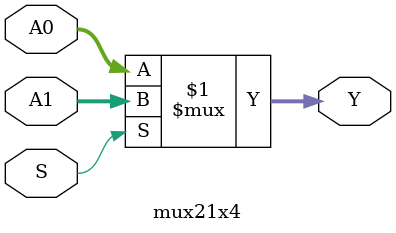
<source format=sv>
`timescale 1ns / 1ps
module csea16 (
    input  logic [15:0] A, B,
    input  logic Cin,
    output logic [15:0] Sum,
    output logic Cout
);

    logic [3:0] Sum0_0, Sum0_1, Sum1_0, Sum1_1, Sum2_0, Sum2_1;
    logic c4, g4, p4;
    logic c8, g8, p8;
    logic c12, g12, p12;
    logic w1, w2, w3;

    // Instantiate 4-bit ripple carry adders
    rca4 rca1 (
        .Sum(Sum[3:0]),
        .Cout(c4),
        .A(A[3:0]),
        .B(B[3:0]),
        .Cin(Cin)
    );

    rca4 rca2 (
        .Sum(Sum0_0),
        .Cout(g4),
        .A(A[7:4]),
        .B(B[7:4]),
        .Cin(1'b0)
    );

    rca4 rca3 (
        .Sum(Sum0_1),
        .Cout(p4),
        .A(A[7:4]),
        .B(B[7:4]),
        .Cin(1'b1)
    );

    rca4 rca4 (
        .Sum(Sum1_0),
        .Cout(g8),
        .A(A[11:8]),
        .B(B[11:8]),
        .Cin(1'b0)
    );

    rca4 rca5 (
        .Sum(Sum1_1),
        .Cout(p8),
        .A(A[11:8]),
        .B(B[11:8]),
        .Cin(1'b1)
    );

    rca4 rca6 (
        .Sum(Sum2_0),
        .Cout(g12),
        .A(A[15:12]),
        .B(B[15:12]),
        .Cin(1'b0)
    );

    rca4 rca7 (
        .Sum(Sum2_1),
        .Cout(p12),
        .A(A[15:12]),
        .B(B[15:12]),
        .Cin(1'b1)
    );

    // Carry Skip Logic
    and a1 (w1, c4, p4);
    or  o1 (c8, w1, g4);
    mux21x4 mux1 (
        .Y(Sum[7:4]),
        .A0(Sum0_0),
        .A1(Sum0_1),
        .S(c4)
    );

    and a2 (w2, c8, p8);
    or  o2 (c12, w2, g8);
    mux21x4 mux2 (
        .Y(Sum[11:8]),
        .A0(Sum1_0),
        .A1(Sum1_1),
        .S(c8)
    );

    and a3 (w3, c12, p12);
    or  o3 (Cout, w3, g12);
    mux21x4 mux3 (
        .Y(Sum[15:12]),
        .A0(Sum2_0),
        .A1(Sum2_1),
        .S(c12)
    );

endmodule // csea16
module rca4 (
    input  logic [3:0] A, B,
    input  logic Cin,
    output logic [3:0] Sum,
    output logic Cout
);

    logic [3:0] carry;

    FullAdder fa0 (
        .A(A[0]),
        .B(B[0]),
        .Cin(Cin),
        .Sum(Sum[0]),
        .Cout(carry[0])
    );

    FullAdder fa1 (
        .A(A[1]),
        .B(B[1]),
        .Cin(carry[0]),
        .Sum(Sum[1]),
        .Cout(carry[1])
    );

    FullAdder fa2 (
        .A(A[2]),
        .B(B[2]),
        .Cin(carry[1]),
        .Sum(Sum[2]),
        .Cout(carry[2])
    );

    FullAdder fa3 (
        .A(A[3]),
        .B(B[3]),
        .Cin(carry[2]),
        .Sum(Sum[3]),
        .Cout(Cout)
    );

endmodule // rca4
module FullAdder (
    input  logic A,
    input  logic B,
    input  logic Cin,
    output logic Sum,
    output logic Cout
);

    assign Sum  = A ^ B ^ Cin;
    assign Cout = (A & B) | (Cin & (A ^ B));

endmodule // FullAdder
module mux21x4 (
    input  logic [3:0] A0, A1,
    input  logic S,
    output logic [3:0] Y
);

    assign Y = S ? A1 : A0;

endmodule // mux21x4

</source>
